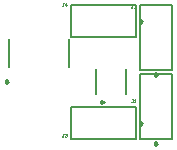
<source format=gto>
G04*
G04 #@! TF.GenerationSoftware,Altium Limited,Altium Designer,22.5.1 (42)*
G04*
G04 Layer_Color=65535*
%FSLAX25Y25*%
%MOIN*%
G70*
G04*
G04 #@! TF.SameCoordinates,1AC7F1D8-2E53-444E-B665-E992B51DBB98*
G04*
G04*
G04 #@! TF.FilePolarity,Positive*
G04*
G01*
G75*
%ADD10C,0.00984*%
%ADD11C,0.00787*%
%ADD12C,0.00200*%
D10*
X375539Y294512D02*
X374801Y294938D01*
Y294086D01*
X375539Y294512D01*
X388295Y321500D02*
X387557Y321926D01*
Y321074D01*
X388295Y321500D01*
X393492Y303697D02*
X392754Y304123D01*
Y303271D01*
X393492Y303697D01*
X388295Y287500D02*
X387557Y287926D01*
Y287074D01*
X388295Y287500D01*
X393492Y280697D02*
X392754Y281123D01*
Y280271D01*
X393492Y280697D01*
X343646Y301354D02*
X342908Y301781D01*
Y300928D01*
X343646Y301354D01*
D11*
X382921Y297366D02*
Y305634D01*
X373079Y297366D02*
Y305634D01*
X386248Y316244D02*
Y326756D01*
X364752D02*
X386248D01*
X364752Y316244D02*
Y326756D01*
Y316244D02*
X386248D01*
X387744Y305252D02*
X398256D01*
Y326748D01*
X387744D02*
X398256D01*
X387744Y305252D02*
Y326748D01*
X386248Y282244D02*
Y292756D01*
X364752D02*
X386248D01*
X364752Y282244D02*
Y292756D01*
Y282244D02*
X386248D01*
X387744Y282252D02*
X398256D01*
Y303748D01*
X387744D02*
X398256D01*
X387744Y282252D02*
Y303748D01*
X363843Y306276D02*
Y315724D01*
X344158Y306276D02*
Y315724D01*
D12*
X362333Y327500D02*
X362000D01*
X362167D01*
Y326667D01*
X362000Y326500D01*
X361834D01*
X361667Y326667D01*
X363166Y326500D02*
Y327500D01*
X362667Y327000D01*
X363333D01*
X385333Y327000D02*
X385000D01*
X385167D01*
Y326167D01*
X385000Y326000D01*
X384834D01*
X384667Y326167D01*
X386333Y326000D02*
X385667D01*
X386333Y326667D01*
Y326833D01*
X386167Y327000D01*
X385833D01*
X385667Y326833D01*
X362333Y284000D02*
X362000D01*
X362167D01*
Y283167D01*
X362000Y283000D01*
X361834D01*
X361667Y283167D01*
X362667Y283833D02*
X362833Y284000D01*
X363166D01*
X363333Y283833D01*
Y283667D01*
X363166Y283500D01*
X363000D01*
X363166D01*
X363333Y283333D01*
Y283167D01*
X363166Y283000D01*
X362833D01*
X362667Y283167D01*
X385500Y295500D02*
X385167D01*
X385333D01*
Y294667D01*
X385167Y294500D01*
X385000D01*
X384834Y294667D01*
X385833Y294500D02*
X386167D01*
X386000D01*
Y295500D01*
X385833Y295333D01*
M02*

</source>
